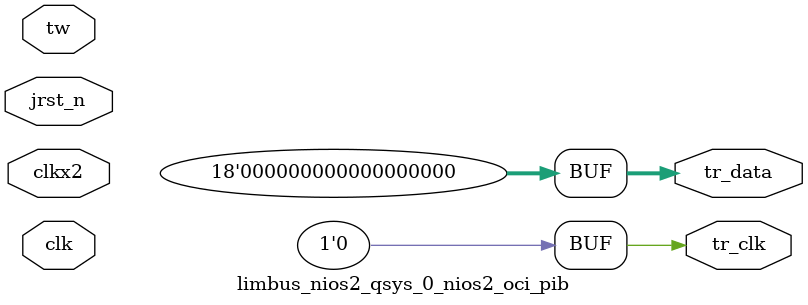
<source format=v>
module limbus_nios2_qsys_0_nios2_oci_pib (
                                            clk,
                                            clkx2,
                                            jrst_n,
                                            tw,
                                            tr_clk,
                                            tr_data
                                         )
;
  output           tr_clk;
  output  [ 17: 0] tr_data;
  input            clk;
  input            clkx2;
  input            jrst_n;
  input   [ 35: 0] tw;
  wire             phase;
  wire             tr_clk;
  reg              tr_clk_reg ;
  wire    [ 17: 0] tr_data;
  reg     [ 17: 0] tr_data_reg ;
  reg              x1 ;
  reg              x2 ;
  assign phase = x1^x2;
  always @(posedge clk or negedge jrst_n)
    begin
      if (jrst_n == 0)
          x1 <= 0;
      else 
        x1 <= ~x1;
    end
  always @(posedge clkx2 or negedge jrst_n)
    begin
      if (jrst_n == 0)
        begin
          x2 <= 0;
          tr_clk_reg <= 0;
          tr_data_reg <= 0;
        end
      else 
        begin
          x2 <= x1;
          tr_clk_reg <= ~phase;
          tr_data_reg <= phase ?   tw[17 : 0] :   tw[35 : 18];
        end
    end
  assign tr_clk = 0 ? tr_clk_reg : 0;
  assign tr_data = 0 ? tr_data_reg : 0;
endmodule
</source>
